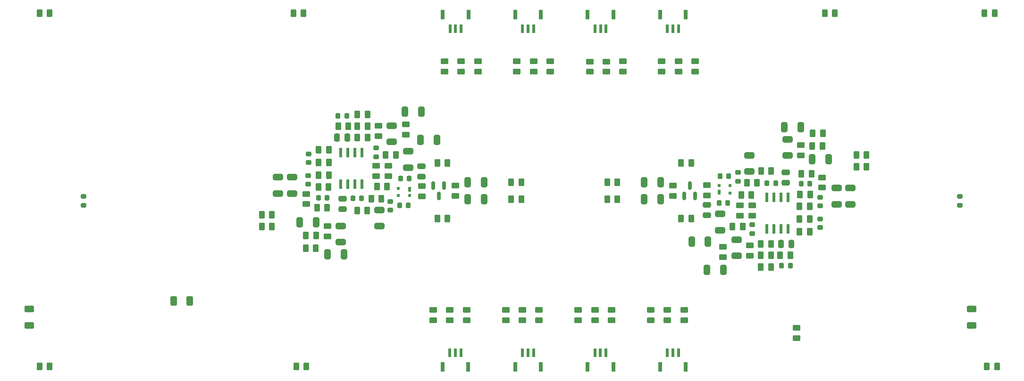
<source format=gbr>
%TF.GenerationSoftware,KiCad,Pcbnew,7.0.7*%
%TF.CreationDate,2024-12-18T13:44:03+01:00*%
%TF.ProjectId,dmem_2V0,646d656d-5f32-4563-902e-6b696361645f,rev?*%
%TF.SameCoordinates,Original*%
%TF.FileFunction,Paste,Top*%
%TF.FilePolarity,Positive*%
%FSLAX46Y46*%
G04 Gerber Fmt 4.6, Leading zero omitted, Abs format (unit mm)*
G04 Created by KiCad (PCBNEW 7.0.7) date 2024-12-18 13:44:03*
%MOMM*%
%LPD*%
G01*
G04 APERTURE LIST*
G04 Aperture macros list*
%AMRoundRect*
0 Rectangle with rounded corners*
0 $1 Rounding radius*
0 $2 $3 $4 $5 $6 $7 $8 $9 X,Y pos of 4 corners*
0 Add a 4 corners polygon primitive as box body*
4,1,4,$2,$3,$4,$5,$6,$7,$8,$9,$2,$3,0*
0 Add four circle primitives for the rounded corners*
1,1,$1+$1,$2,$3*
1,1,$1+$1,$4,$5*
1,1,$1+$1,$6,$7*
1,1,$1+$1,$8,$9*
0 Add four rect primitives between the rounded corners*
20,1,$1+$1,$2,$3,$4,$5,0*
20,1,$1+$1,$4,$5,$6,$7,0*
20,1,$1+$1,$6,$7,$8,$9,0*
20,1,$1+$1,$8,$9,$2,$3,0*%
G04 Aperture macros list end*
%ADD10RoundRect,0.250000X-0.450000X0.262500X-0.450000X-0.262500X0.450000X-0.262500X0.450000X0.262500X0*%
%ADD11RoundRect,0.250000X0.450000X-0.262500X0.450000X0.262500X-0.450000X0.262500X-0.450000X-0.262500X0*%
%ADD12RoundRect,0.250000X-0.325000X-0.650000X0.325000X-0.650000X0.325000X0.650000X-0.325000X0.650000X0*%
%ADD13RoundRect,0.250000X0.262500X0.450000X-0.262500X0.450000X-0.262500X-0.450000X0.262500X-0.450000X0*%
%ADD14RoundRect,0.250000X-0.262500X-0.450000X0.262500X-0.450000X0.262500X0.450000X-0.262500X0.450000X0*%
%ADD15RoundRect,0.250000X-0.475000X0.250000X-0.475000X-0.250000X0.475000X-0.250000X0.475000X0.250000X0*%
%ADD16RoundRect,0.225000X-0.225000X-0.250000X0.225000X-0.250000X0.225000X0.250000X-0.225000X0.250000X0*%
%ADD17RoundRect,0.225000X0.225000X0.250000X-0.225000X0.250000X-0.225000X-0.250000X0.225000X-0.250000X0*%
%ADD18RoundRect,0.250000X0.325000X0.650000X-0.325000X0.650000X-0.325000X-0.650000X0.325000X-0.650000X0*%
%ADD19RoundRect,0.250000X0.475000X-0.250000X0.475000X0.250000X-0.475000X0.250000X-0.475000X-0.250000X0*%
%ADD20RoundRect,0.250000X-0.650000X0.325000X-0.650000X-0.325000X0.650000X-0.325000X0.650000X0.325000X0*%
%ADD21RoundRect,0.225000X-0.250000X0.225000X-0.250000X-0.225000X0.250000X-0.225000X0.250000X0.225000X0*%
%ADD22RoundRect,0.250000X0.650000X-0.325000X0.650000X0.325000X-0.650000X0.325000X-0.650000X-0.325000X0*%
%ADD23RoundRect,0.250000X-0.625000X0.312500X-0.625000X-0.312500X0.625000X-0.312500X0.625000X0.312500X0*%
%ADD24RoundRect,0.250000X0.250000X0.475000X-0.250000X0.475000X-0.250000X-0.475000X0.250000X-0.475000X0*%
%ADD25RoundRect,0.150000X0.150000X-0.587500X0.150000X0.587500X-0.150000X0.587500X-0.150000X-0.587500X0*%
%ADD26R,0.600000X1.550000*%
%ADD27R,0.800000X1.800000*%
%ADD28RoundRect,0.225000X0.250000X-0.225000X0.250000X0.225000X-0.250000X0.225000X-0.250000X-0.225000X0*%
%ADD29R,0.558000X1.654899*%
%ADD30R,0.584200X0.508000*%
%ADD31R,0.584200X0.812800*%
%ADD32RoundRect,0.200000X0.275000X-0.200000X0.275000X0.200000X-0.275000X0.200000X-0.275000X-0.200000X0*%
%ADD33RoundRect,0.250000X-0.250000X-0.475000X0.250000X-0.475000X0.250000X0.475000X-0.250000X0.475000X0*%
%ADD34RoundRect,0.250000X-0.312500X-0.625000X0.312500X-0.625000X0.312500X0.625000X-0.312500X0.625000X0*%
%ADD35RoundRect,0.150000X-0.150000X0.587500X-0.150000X-0.587500X0.150000X-0.587500X0.150000X0.587500X0*%
G04 APERTURE END LIST*
D10*
%TO.C,R33*%
X132471500Y-120238100D03*
X132471500Y-122063100D03*
%TD*%
D11*
%TO.C,R36*%
X148471500Y-122063100D03*
X148471500Y-120238100D03*
%TD*%
D12*
%TO.C,C26*%
X178580116Y-113033030D03*
X181530116Y-113033030D03*
%TD*%
D13*
%TO.C,R79*%
X108455500Y-106818759D03*
X106630500Y-106818759D03*
%TD*%
D14*
%TO.C,R21*%
X195513416Y-95710230D03*
X197338416Y-95710230D03*
%TD*%
%TO.C,R61*%
X228805100Y-130327400D03*
X230630100Y-130327400D03*
%TD*%
D15*
%TO.C,C49*%
X113230700Y-100179159D03*
X113230700Y-102079159D03*
%TD*%
D14*
%TO.C,R83*%
X108863800Y-98131959D03*
X110688800Y-98131959D03*
%TD*%
D11*
%TO.C,R68*%
X121460300Y-96148859D03*
X121460300Y-94323859D03*
%TD*%
D10*
%TO.C,R48*%
X144491200Y-75493300D03*
X144491200Y-77318300D03*
%TD*%
D14*
%TO.C,R80*%
X106579700Y-109104759D03*
X108404700Y-109104759D03*
%TD*%
D16*
%TO.C,C50*%
X108899700Y-100011559D03*
X110449700Y-100011559D03*
%TD*%
D14*
%TO.C,R91*%
X228367700Y-66827400D03*
X230192700Y-66827400D03*
%TD*%
D13*
%TO.C,R69*%
X120188400Y-100214759D03*
X118363400Y-100214759D03*
%TD*%
D10*
%TO.C,R78*%
X124521500Y-86856259D03*
X124521500Y-88681259D03*
%TD*%
D14*
%TO.C,R6*%
X185759816Y-97335830D03*
X187584816Y-97335830D03*
%TD*%
%TO.C,R24*%
X173916616Y-103782630D03*
X175741616Y-103782630D03*
%TD*%
D15*
%TO.C,C4*%
X178595116Y-101313430D03*
X178595116Y-103213430D03*
%TD*%
D17*
%TO.C,C38*%
X124991500Y-101383159D03*
X123441500Y-101383159D03*
%TD*%
D18*
%TO.C,C28*%
X138594100Y-97267959D03*
X135644100Y-97267959D03*
%TD*%
D10*
%TO.C,R35*%
X142471500Y-120238100D03*
X142471500Y-122063100D03*
%TD*%
D14*
%TO.C,R3*%
X183169016Y-105209830D03*
X184994016Y-105209830D03*
%TD*%
D11*
%TO.C,R77*%
X110487500Y-106969259D03*
X110487500Y-105144259D03*
%TD*%
D19*
%TO.C,C17*%
X192717516Y-97371430D03*
X192717516Y-95471430D03*
%TD*%
D14*
%TO.C,R88*%
X58822700Y-66827400D03*
X60647700Y-66827400D03*
%TD*%
D13*
%TO.C,R63*%
X100542000Y-103110359D03*
X98717000Y-103110359D03*
%TD*%
D20*
%TO.C,C42*%
X122019100Y-87055759D03*
X122019100Y-90005759D03*
%TD*%
D16*
%TO.C,C45*%
X112404900Y-85330359D03*
X113954900Y-85330359D03*
%TD*%
D13*
%TO.C,R66*%
X122779200Y-92340759D03*
X120954200Y-92340759D03*
%TD*%
D21*
%TO.C,C11*%
X186723116Y-104892030D03*
X186723116Y-106442030D03*
%TD*%
D22*
%TO.C,C12*%
X193073116Y-92460830D03*
X193073116Y-89510830D03*
%TD*%
D10*
%TO.C,R60*%
X194640200Y-123414900D03*
X194640200Y-125239900D03*
%TD*%
D11*
%TO.C,R22*%
X199219916Y-98197530D03*
X199219916Y-96372530D03*
%TD*%
D18*
%TO.C,C27*%
X127368100Y-84517559D03*
X124418100Y-84517559D03*
%TD*%
D23*
%TO.C,JP1*%
X226100400Y-120040400D03*
X226100400Y-122965400D03*
%TD*%
D20*
%TO.C,C5*%
X180931916Y-102922030D03*
X180931916Y-105872030D03*
%TD*%
D13*
%TO.C,R57*%
X145276399Y-100282000D03*
X143451399Y-100282000D03*
%TD*%
D22*
%TO.C,C10*%
X183929116Y-110494830D03*
X183929116Y-107544830D03*
%TD*%
D14*
%TO.C,R72*%
X115874200Y-85025559D03*
X117699200Y-85025559D03*
%TD*%
%TO.C,R67*%
X119379400Y-98030359D03*
X121204400Y-98030359D03*
%TD*%
D11*
%TO.C,R75*%
X119225100Y-96148859D03*
X119225100Y-94323859D03*
%TD*%
D14*
%TO.C,R56*%
X160671817Y-100268588D03*
X162496817Y-100268588D03*
%TD*%
D12*
%TO.C,C15*%
X197489016Y-93119430D03*
X200439016Y-93119430D03*
%TD*%
D24*
%TO.C,C48*%
X114079100Y-89191159D03*
X112179100Y-89191159D03*
%TD*%
D25*
%TO.C,D1*%
X174546316Y-99720130D03*
X176446316Y-99720130D03*
X175496316Y-97845130D03*
%TD*%
D10*
%TO.C,R5*%
X184487916Y-101401730D03*
X184487916Y-103226730D03*
%TD*%
D20*
%TO.C,C31*%
X104119100Y-96292959D03*
X104119100Y-99242959D03*
%TD*%
D13*
%TO.C,R70*%
X117658000Y-102297559D03*
X115833000Y-102297559D03*
%TD*%
D26*
%TO.C,J6*%
X145491200Y-69630800D03*
X146491200Y-69630800D03*
X147491200Y-69630800D03*
D27*
X144191200Y-67105800D03*
X148791200Y-67105800D03*
%TD*%
D13*
%TO.C,R17*%
X199368516Y-88445830D03*
X197543516Y-88445830D03*
%TD*%
%TO.C,R76*%
X114244800Y-87159159D03*
X112419800Y-87159159D03*
%TD*%
D14*
%TO.C,R29*%
X207231216Y-94440230D03*
X205406216Y-94440230D03*
%TD*%
D22*
%TO.C,C37*%
X125016300Y-94628559D03*
X125016300Y-91678559D03*
%TD*%
D28*
%TO.C,C43*%
X119225100Y-92658559D03*
X119225100Y-91108559D03*
%TD*%
D26*
%TO.C,J8*%
X158491200Y-69630800D03*
X159491200Y-69630800D03*
X160491200Y-69630800D03*
D27*
X157191200Y-67105800D03*
X161791200Y-67105800D03*
%TD*%
D22*
%TO.C,C7*%
X186162716Y-95346781D03*
X186162716Y-92396781D03*
%TD*%
D14*
%TO.C,R31*%
X104903900Y-130327400D03*
X106728900Y-130327400D03*
%TD*%
D20*
%TO.C,C39*%
X119785500Y-102208822D03*
X119785500Y-105158822D03*
%TD*%
D12*
%TO.C,C24*%
X167354116Y-97282630D03*
X170304116Y-97282630D03*
%TD*%
D11*
%TO.C,R39*%
X161471500Y-122063100D03*
X161471500Y-120238100D03*
%TD*%
%TO.C,R55*%
X173491200Y-77318299D03*
X173491200Y-75493299D03*
%TD*%
D10*
%TO.C,R41*%
X168471500Y-120238100D03*
X168471500Y-122063100D03*
%TD*%
%TO.C,R50*%
X131491200Y-75493300D03*
X131491200Y-77318300D03*
%TD*%
D11*
%TO.C,R15*%
X181426716Y-110694330D03*
X181426716Y-108869330D03*
%TD*%
D29*
%TO.C,U2*%
X116659700Y-91957808D03*
X115389700Y-91957808D03*
X114119700Y-91957808D03*
X112849700Y-91957808D03*
X112849700Y-97600510D03*
X114119700Y-97600510D03*
X115389700Y-97600510D03*
X116659700Y-97600510D03*
%TD*%
D13*
%TO.C,R82*%
X110739600Y-93712359D03*
X108914600Y-93712359D03*
%TD*%
D10*
%TO.C,R12*%
X186723116Y-101401730D03*
X186723116Y-103226730D03*
%TD*%
D14*
%TO.C,R8*%
X188249016Y-108308630D03*
X190074016Y-108308630D03*
%TD*%
D10*
%TO.C,R1*%
X172499116Y-97845730D03*
X172499116Y-99670730D03*
%TD*%
D13*
%TO.C,R9*%
X190074016Y-112525030D03*
X188249016Y-112525030D03*
%TD*%
D14*
%TO.C,R89*%
X104390300Y-66827400D03*
X106215300Y-66827400D03*
%TD*%
D11*
%TO.C,R46*%
X163491200Y-77318294D03*
X163491200Y-75493294D03*
%TD*%
D26*
%TO.C,J3*%
X147471500Y-127925600D03*
X146471500Y-127925600D03*
X145471500Y-127925600D03*
D27*
X148771500Y-130450600D03*
X144171500Y-130450600D03*
%TD*%
D10*
%TO.C,R54*%
X170491201Y-75493299D03*
X170491201Y-77318299D03*
%TD*%
D12*
%TO.C,C23*%
X167354116Y-100282630D03*
X170304116Y-100282630D03*
%TD*%
D26*
%TO.C,J5*%
X173471500Y-127925600D03*
X172471500Y-127925600D03*
X171471500Y-127925600D03*
D27*
X174771500Y-130450600D03*
X170171500Y-130450600D03*
%TD*%
D14*
%TO.C,R11*%
X188249016Y-110391430D03*
X190074016Y-110391430D03*
%TD*%
D13*
%TO.C,R90*%
X201552700Y-66827400D03*
X199727700Y-66827400D03*
%TD*%
D10*
%TO.C,R10*%
X186316716Y-108615330D03*
X186316716Y-110440330D03*
%TD*%
D13*
%TO.C,R4*%
X186568816Y-99520230D03*
X184743816Y-99520230D03*
%TD*%
D28*
%TO.C,C19*%
X198915116Y-101514430D03*
X198915116Y-99964430D03*
%TD*%
D29*
%TO.C,U1*%
X189288516Y-105592781D03*
X190558516Y-105592781D03*
X191828516Y-105592781D03*
X193098516Y-105592781D03*
X193098516Y-99950079D03*
X191828516Y-99950079D03*
X190558516Y-99950079D03*
X189288516Y-99950079D03*
%TD*%
D16*
%TO.C,C1*%
X180766516Y-100942630D03*
X182316516Y-100942630D03*
%TD*%
D30*
%TO.C,Q2*%
X125209102Y-99658220D03*
D31*
X125209107Y-98510635D03*
D30*
X123189100Y-98358222D03*
X123189100Y-99658220D03*
%TD*%
D32*
%TO.C,R87*%
X66751200Y-101421200D03*
X66751200Y-99771200D03*
%TD*%
D30*
%TO.C,Q1*%
X180739114Y-97858183D03*
D31*
X180739109Y-99005768D03*
D30*
X182759116Y-99158181D03*
X182759116Y-97858183D03*
%TD*%
D13*
%TO.C,R71*%
X117699200Y-89241959D03*
X115874200Y-89241959D03*
%TD*%
D18*
%TO.C,C30*%
X113453300Y-110210901D03*
X110503300Y-110210901D03*
%TD*%
D10*
%TO.C,R38*%
X155471500Y-120238100D03*
X155471500Y-122063100D03*
%TD*%
D17*
%TO.C,C41*%
X116596500Y-100163959D03*
X115046500Y-100163959D03*
%TD*%
D11*
%TO.C,R42*%
X174471500Y-122063100D03*
X174471500Y-120238100D03*
%TD*%
D33*
%TO.C,C16*%
X191869116Y-108359430D03*
X193769116Y-108359430D03*
%TD*%
D22*
%TO.C,C21*%
X201829116Y-101257630D03*
X201829116Y-98307630D03*
%TD*%
D13*
%TO.C,R81*%
X110739600Y-95998359D03*
X108914600Y-95998359D03*
%TD*%
D11*
%TO.C,R45*%
X137491200Y-77318300D03*
X137491200Y-75493300D03*
%TD*%
D14*
%TO.C,R25*%
X173916616Y-93782630D03*
X175741616Y-93782630D03*
%TD*%
D23*
%TO.C,JP3*%
X56997600Y-120040400D03*
X56997600Y-122965400D03*
%TD*%
D26*
%TO.C,J9*%
X171491200Y-69630800D03*
X172491200Y-69630800D03*
X173491200Y-69630800D03*
D27*
X170191200Y-67105800D03*
X174791200Y-67105800D03*
%TD*%
D32*
%TO.C,R92*%
X223992400Y-101421200D03*
X223992400Y-99771200D03*
%TD*%
D10*
%TO.C,R14*%
X195460716Y-90581330D03*
X195460716Y-92406330D03*
%TD*%
D20*
%TO.C,C32*%
X101619100Y-96292959D03*
X101619100Y-99242959D03*
%TD*%
D26*
%TO.C,J4*%
X160471500Y-127925600D03*
X159471500Y-127925600D03*
X158471500Y-127925600D03*
D27*
X161771500Y-130450600D03*
X157171500Y-130450600D03*
%TD*%
D10*
%TO.C,R85*%
X106728300Y-99353059D03*
X106728300Y-101178059D03*
%TD*%
D28*
%TO.C,C3*%
X184183116Y-97048830D03*
X184183116Y-95498830D03*
%TD*%
D11*
%TO.C,R73*%
X119631500Y-88935259D03*
X119631500Y-87110259D03*
%TD*%
%TO.C,R47*%
X176491200Y-77318299D03*
X176491200Y-75493299D03*
%TD*%
D14*
%TO.C,R13*%
X191703416Y-110391430D03*
X193528416Y-110391430D03*
%TD*%
D11*
%TO.C,R51*%
X134491200Y-77318300D03*
X134491200Y-75493300D03*
%TD*%
D10*
%TO.C,R2*%
X178544316Y-97794930D03*
X178544316Y-99619930D03*
%TD*%
D19*
%TO.C,C36*%
X127353100Y-96237159D03*
X127353100Y-94337159D03*
%TD*%
D10*
%TO.C,R34*%
X129471500Y-120238100D03*
X129471500Y-122063100D03*
%TD*%
D13*
%TO.C,R58*%
X132031600Y-93767959D03*
X130206600Y-93767959D03*
%TD*%
D14*
%TO.C,R7*%
X188290216Y-95253030D03*
X190115216Y-95253030D03*
%TD*%
D10*
%TO.C,R52*%
X157547015Y-75555491D03*
X157547015Y-77380491D03*
%TD*%
D11*
%TO.C,R44*%
X150491200Y-77318300D03*
X150491200Y-75493300D03*
%TD*%
D22*
%TO.C,C22*%
X204329116Y-101257630D03*
X204329116Y-98307630D03*
%TD*%
D17*
%TO.C,C13*%
X193543316Y-112220230D03*
X191993316Y-112220230D03*
%TD*%
D14*
%TO.C,R16*%
X197492716Y-90731830D03*
X199317716Y-90731830D03*
%TD*%
D12*
%TO.C,C25*%
X192494916Y-87339688D03*
X195444916Y-87339688D03*
%TD*%
D14*
%TO.C,R19*%
X195208616Y-103838230D03*
X197033616Y-103838230D03*
%TD*%
D13*
%TO.C,R59*%
X132031600Y-103767959D03*
X130206600Y-103767959D03*
%TD*%
D26*
%TO.C,J7*%
X132491200Y-69630800D03*
X133491200Y-69630800D03*
X134491200Y-69630800D03*
D27*
X131191200Y-67105800D03*
X135791200Y-67105800D03*
%TD*%
D10*
%TO.C,R37*%
X145471500Y-120238100D03*
X145471500Y-122063100D03*
%TD*%
D12*
%TO.C,C46*%
X127161300Y-89648359D03*
X130111300Y-89648359D03*
%TD*%
D14*
%TO.C,R28*%
X205406216Y-92357430D03*
X207231216Y-92357430D03*
%TD*%
D18*
%TO.C,C47*%
X108459200Y-104431159D03*
X105509200Y-104431159D03*
%TD*%
D11*
%TO.C,R65*%
X127403900Y-99755659D03*
X127403900Y-97930659D03*
%TD*%
D21*
%TO.C,C20*%
X198864316Y-103825230D03*
X198864316Y-105375230D03*
%TD*%
D14*
%TO.C,R27*%
X160671817Y-97268588D03*
X162496817Y-97268588D03*
%TD*%
D34*
%TO.C,JP2*%
X82865500Y-118567200D03*
X85790500Y-118567200D03*
%TD*%
D28*
%TO.C,C52*%
X107083900Y-93725359D03*
X107083900Y-92175359D03*
%TD*%
D21*
%TO.C,C35*%
X121765100Y-100701759D03*
X121765100Y-102251759D03*
%TD*%
D13*
%TO.C,R20*%
X197084416Y-99418630D03*
X195259416Y-99418630D03*
%TD*%
D16*
%TO.C,C6*%
X180956716Y-96167430D03*
X182506716Y-96167430D03*
%TD*%
D10*
%TO.C,R40*%
X158471500Y-120238100D03*
X158471500Y-122063100D03*
%TD*%
D11*
%TO.C,R64*%
X133449100Y-99704859D03*
X133449100Y-97879859D03*
%TD*%
D18*
%TO.C,C14*%
X178786916Y-107902230D03*
X175836916Y-107902230D03*
%TD*%
D20*
%TO.C,C44*%
X112875100Y-105089759D03*
X112875100Y-108039759D03*
%TD*%
D18*
%TO.C,C29*%
X138594100Y-100267959D03*
X135644100Y-100267959D03*
%TD*%
D13*
%TO.C,R26*%
X145276399Y-97282000D03*
X143451399Y-97282000D03*
%TD*%
D14*
%TO.C,R18*%
X195208616Y-101552230D03*
X197033616Y-101552230D03*
%TD*%
D11*
%TO.C,R49*%
X147491200Y-77318300D03*
X147491200Y-75493300D03*
%TD*%
D13*
%TO.C,R62*%
X100542000Y-105193159D03*
X98717000Y-105193159D03*
%TD*%
%TO.C,R84*%
X110434800Y-101840359D03*
X108609800Y-101840359D03*
%TD*%
D21*
%TO.C,C51*%
X107033100Y-96036159D03*
X107033100Y-97586159D03*
%TD*%
D11*
%TO.C,R53*%
X160547015Y-77380491D03*
X160547015Y-75555491D03*
%TD*%
D35*
%TO.C,D2*%
X131401900Y-97830459D03*
X129501900Y-97830459D03*
X130451900Y-99705459D03*
%TD*%
D11*
%TO.C,R32*%
X135471500Y-122063100D03*
X135471500Y-120238100D03*
%TD*%
D14*
%TO.C,R86*%
X108914600Y-91426359D03*
X110739600Y-91426359D03*
%TD*%
D13*
%TO.C,R23*%
X197033616Y-106124230D03*
X195208616Y-106124230D03*
%TD*%
D10*
%TO.C,R43*%
X171471500Y-120238100D03*
X171471500Y-122063100D03*
%TD*%
D16*
%TO.C,C9*%
X189351716Y-97386630D03*
X190901716Y-97386630D03*
%TD*%
D26*
%TO.C,J2*%
X134471500Y-127925600D03*
X133471500Y-127925600D03*
X132471500Y-127925600D03*
D27*
X135771500Y-130450600D03*
X131171500Y-130450600D03*
%TD*%
D13*
%TO.C,R74*%
X117699200Y-87159159D03*
X115874200Y-87159159D03*
%TD*%
D14*
%TO.C,R30*%
X58822700Y-130327400D03*
X60647700Y-130327400D03*
%TD*%
D17*
%TO.C,C33*%
X125181700Y-96607959D03*
X123631700Y-96607959D03*
%TD*%
%TO.C,C18*%
X197048516Y-97539030D03*
X195498516Y-97539030D03*
%TD*%
M02*

</source>
